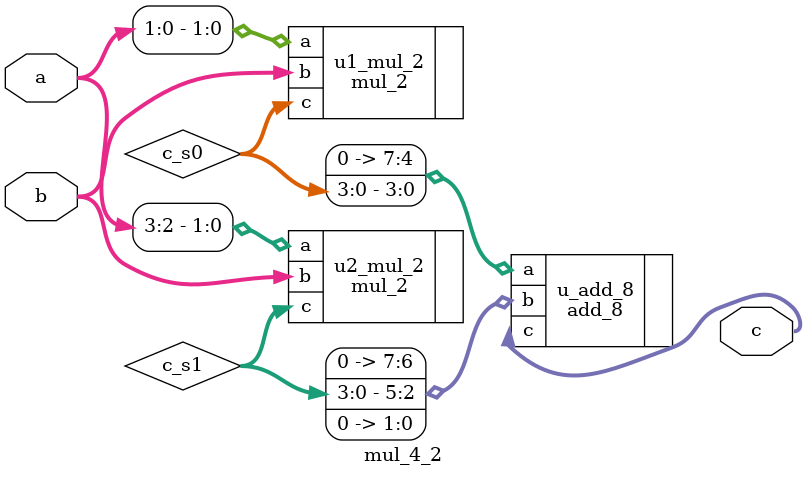
<source format=v>
`timescale 1ns / 1ps


module mul_4_2(
        input [3:0]a,
        input [1:0]b,
        output [7:0]c);

    wire [3:0]c_s0;
    wire [3:0]c_s1;

    mul_2 u1_mul_2(
              .a (a[1:0]),
              .b (b[1:0]),
              .c (c_s0[3:0])
          );

    mul_2 u2_mul_2(
              .a (a[3:2]),
              .b (b[1:0]),
              .c (c_s1[3:0])
          );


    add_8 u_add_8(
              .a ({1'b0,1'b0,1'b0,1'b0,c_s0[3:0]}),
              .b ({1'b0,1'b0,c_s1[3:0],1'b0,1'b0}),
              .c (c)
          );

endmodule

</source>
